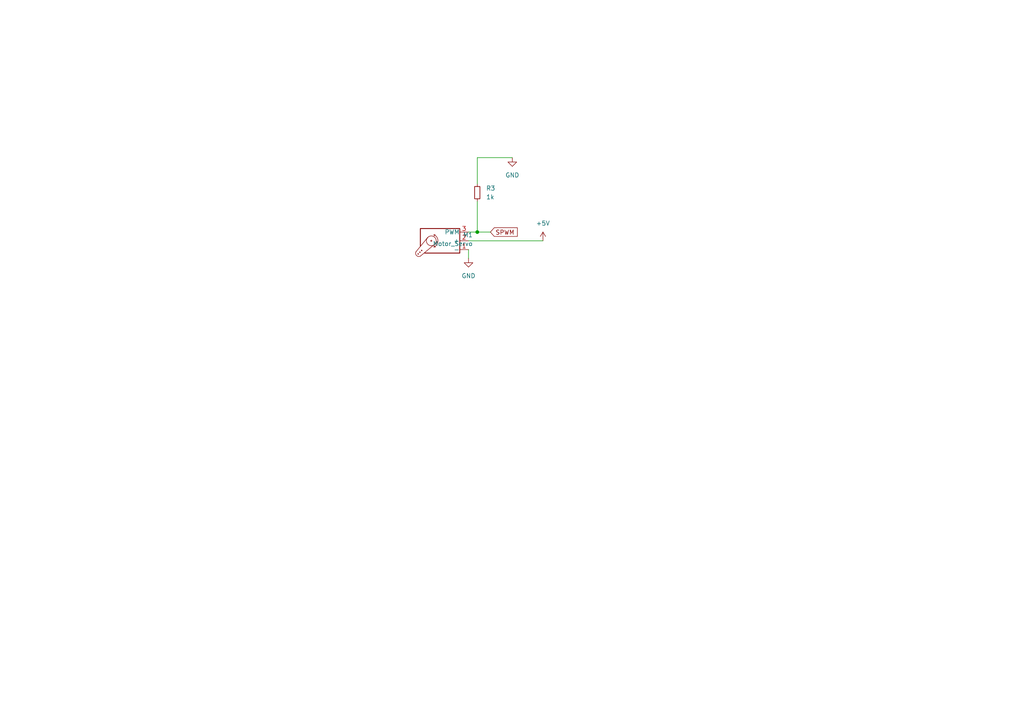
<source format=kicad_sch>
(kicad_sch (version 20211123) (generator eeschema)
  (paper "A4")
  (lib_symbols
    (symbol "Device:R_Small" (pin_numbers hide) (pin_names (offset 0.254) hide)
      (property "Reference" "R" (at 0.762 0.508 0))
      (property "Value" "R_Small" (at 0.762 -1.016 0))
      (symbol "R_Small_0_1"
        (rectangle (start -0.762 1.778) (end 0.762 -1.778) (stroke (width 0.2032)))
      )
      (symbol "R_Small_1_1"
        (pin passive line (at 0 2.54 270) (length 0.762) (name "~") (number "1"))
        (pin passive line (at 0 -2.54 90) (length 0.762) (name "~") (number "2"))
      )
    )
    (symbol "Motor:Motor_Servo" (pin_names (offset 0.0254))
      (property "Reference" "M1" (at -8.89 -1.7035 0))
      (property "Value" "Motor_Servo" (at -8.89 0.8365 0))
      (symbol "Motor_Servo_0_1"
        (polyline (pts (xy 2.413 -1.778) (xy 2.032 -1.778)))
        (polyline (pts (xy 2.413 -1.778) (xy 2.286 -1.397)))
        (polyline (pts (xy 2.413 1.778) (xy 1.905 1.778)))
        (polyline (pts (xy 2.413 1.778) (xy 2.286 1.397)))
        (polyline (pts (xy 6.35 4.445) (xy 2.54 1.27)))
        (polyline (pts (xy 7.62 3.175) (xy 4.191 -1.016)))
        (polyline (pts (xy 5.08 3.556) (xy -5.08 3.556) (xy -5.08 -3.556) (xy 6.35 -3.556) (xy 6.35 1.524)) (stroke (width 0.254)))
        (arc (start 2.413 1.778) (mid 1.2406 0) (end 2.413 -1.778))
        (circle (center 3.175 0) (radius 0.1778))
        (circle (center 3.175 0) (radius 1.4224))
        (circle (center 5.969 2.794) (radius 0.127))
        (circle (center 6.477 3.302) (radius 0.127))
        (circle (center 6.985 3.81) (radius 0.127))
        (arc (start 7.62 3.175) (mid 7.4485 4.2735) (end 6.35 4.445))
      )
      (symbol "Motor_Servo_1_1"
        (pin passive line (at -7.62 2.54 0) (length 2.54) (name "-") (number "1"))
        (pin passive line (at -7.62 0 0) (length 2.54) (name "+") (number "2"))
        (pin passive line (at -7.62 -2.54 0) (length 2.54) (name "PWM") (number "3"))
      )
    )
    (symbol "power:+5V" (power) (pin_names (offset 0))
      (property "Value" "+5V" (at 0 3.556 0))
      (symbol "+5V_0_1"
        (polyline (pts (xy -0.762 1.27) (xy 0 2.54)))
        (polyline (pts (xy 0 0) (xy 0 2.54)))
        (polyline (pts (xy 0 2.54) (xy 0.762 1.27)))
      )
      (symbol "+5V_1_1"
        (pin power_in line (at 0 0 90) (length 0) hide (name "+5V") (number "1"))
      )
    )
    (symbol "power:GND" (power) (pin_names (offset 0))
      (property "Value" "GND" (at 0 -3.81 0))
      (symbol "GND_0_1"
        (polyline (pts (xy 0 0) (xy 0 -1.27) (xy 1.27 -1.27) (xy 0 -2.54) (xy -1.27 -1.27) (xy 0 -1.27)))
      )
      (symbol "GND_1_1"
        (pin power_in line (at 0 0 270) (length 0) hide (name "GND") (number "1"))
      )
    )
  )
  (junction (at 138.43 67.31))
  (wire (pts (xy 138.43 45.72) (xy 148.59 45.72)))
  (wire (pts (xy 142.24 67.31) (xy 138.43 67.31)))
  (wire (pts (xy 138.43 53.34) (xy 138.43 45.72)))
  (wire (pts (xy 138.43 67.31) (xy 135.89 67.31)))
  (wire (pts (xy 135.89 74.93) (xy 135.89 72.39)))
  (wire (pts (xy 138.43 58.42) (xy 138.43 67.31)))
  (wire (pts (xy 157.48 69.85) (xy 135.89 69.85)))
  (global_label "SPWM" (shape input) (at 142.24 67.31 0) (property "Intersheet References" "${INTERSHEET_REFS}" (effects hide)))
  (symbol (lib_id "power:GND") (at 148.59 45.72 0) (unit 1)
    (property "Reference" "#PWR0116" (effects hide))
    (property "Value" "GND" (at 148.59 50.8 0))
  )
  (symbol (lib_id "Device:R_Small") (at 138.43 55.88 0) (unit 1)
    (property "Reference" "R3" (at 140.97 54.6099 0) (effects (justify left)))
    (property "Value" "1k" (at 140.97 57.1499 0) (effects (justify left)))
    (property "Footprint" "UserLibrary:R_Axial_DIN0207_L6.3mm_D2.5mm_P10.16mm_Horizontal" (effects hide))
  )
  (symbol (lib_id "power:+5V") (at 157.48 69.85 0) (unit 1)
    (property "Reference" "#PWR0115" (effects hide))
    (property "Value" "+5V" (at 157.48 64.77 0))
  )
  (symbol (lib_id "Motor:Motor_Servo") (at 128.27 69.85 180) (unit 1)
    (property "Reference" "M1" (at 137.16 68.1465 0) (effects (justify left)))
    (property "Value" "Motor_Servo" (at 137.16 70.6865 0) (effects (justify left)))
    (property "Footprint" "UserLibrary:Servo" (effects hide))
    (property "Datasheet" "http://forums.parallax.com/uploads/attachments/46831/74481.png" (effects hide))
  )
  (symbol (lib_id "power:GND") (at 135.89 74.93 0) (unit 1)
    (property "Reference" "#PWR0114" (effects hide))
    (property "Value" "GND" (at 135.89 80.01 0))
  )
)
</source>
